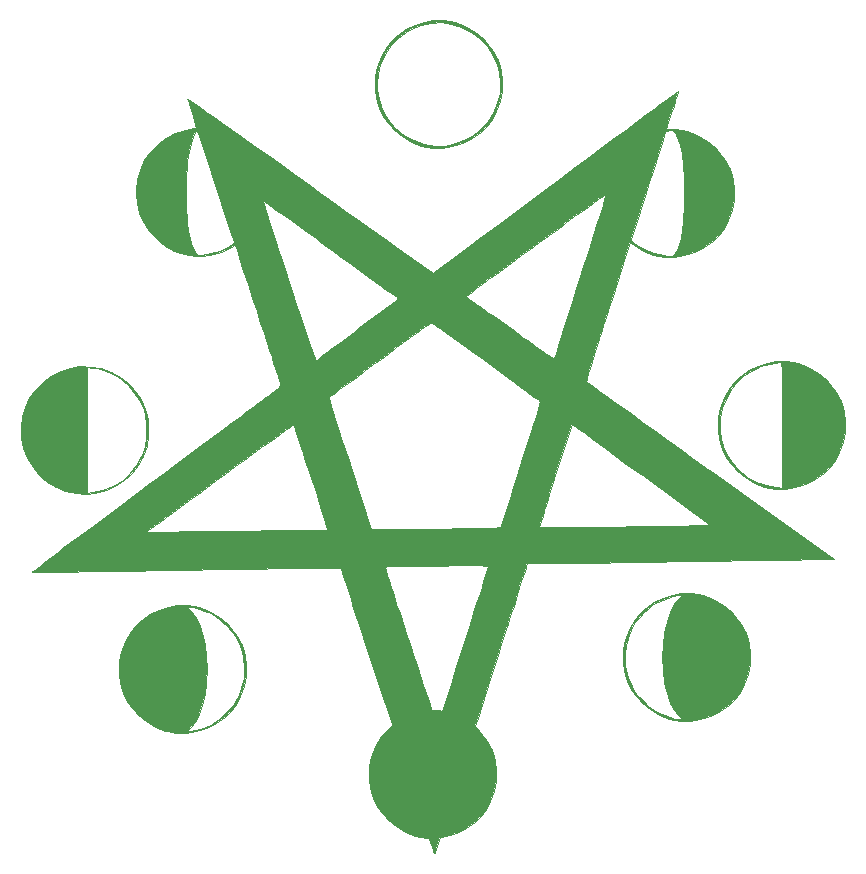
<source format=gbr>
G04 #@! TF.GenerationSoftware,KiCad,Pcbnew,(5.1.4)-1*
G04 #@! TF.CreationDate,2019-09-22T21:20:08-07:00*
G04 #@! TF.ProjectId,macropad,6d616372-6f70-4616-942e-6b696361645f,rev?*
G04 #@! TF.SameCoordinates,Original*
G04 #@! TF.FileFunction,Other,ECO2*
%FSLAX46Y46*%
G04 Gerber Fmt 4.6, Leading zero omitted, Abs format (unit mm)*
G04 Created by KiCad (PCBNEW (5.1.4)-1) date 2019-09-22 21:20:08*
%MOMM*%
%LPD*%
G04 APERTURE LIST*
%ADD10C,0.010000*%
G04 APERTURE END LIST*
D10*
G36*
X151280114Y-78994537D02*
G01*
X152131250Y-78724185D01*
X152940610Y-78306498D01*
X153690301Y-77741477D01*
X153921605Y-77522639D01*
X154535256Y-76796570D01*
X155001574Y-76004927D01*
X155320557Y-75165602D01*
X155492207Y-74296487D01*
X155516522Y-73415473D01*
X155393504Y-72540452D01*
X155123151Y-71689316D01*
X154705464Y-70879957D01*
X154140444Y-70130266D01*
X153921605Y-69898962D01*
X153187507Y-69280196D01*
X152376739Y-68807789D01*
X151505557Y-68486540D01*
X150590220Y-68321252D01*
X149646985Y-68316726D01*
X148924433Y-68423124D01*
X148142722Y-68668334D01*
X147374066Y-69057890D01*
X146658955Y-69569040D01*
X146297928Y-69898962D01*
X145684277Y-70625031D01*
X145217959Y-71416674D01*
X144898976Y-72255998D01*
X144727326Y-73125114D01*
X144711162Y-73710800D01*
X144863373Y-73710800D01*
X144945324Y-72831639D01*
X145181542Y-71976655D01*
X145557578Y-71169155D01*
X146058981Y-70432448D01*
X146671301Y-69789844D01*
X147380088Y-69264650D01*
X147744016Y-69064215D01*
X148619858Y-68707290D01*
X149480910Y-68513361D01*
X150347010Y-68479673D01*
X151168100Y-68588412D01*
X152031784Y-68853129D01*
X152832151Y-69263448D01*
X153551817Y-69801987D01*
X154173402Y-70451365D01*
X154679524Y-71194200D01*
X155052801Y-72013110D01*
X155232155Y-72652467D01*
X155337818Y-73552806D01*
X155285183Y-74443817D01*
X155083765Y-75305812D01*
X154743077Y-76119106D01*
X154272634Y-76864010D01*
X153681947Y-77520838D01*
X152980532Y-78069902D01*
X152475517Y-78356838D01*
X151576139Y-78719542D01*
X150687165Y-78913739D01*
X149802299Y-78939427D01*
X148915244Y-78796607D01*
X148019706Y-78485279D01*
X147744016Y-78356838D01*
X146995379Y-77896092D01*
X146336130Y-77306815D01*
X145780730Y-76612331D01*
X145343640Y-75835962D01*
X145039321Y-75001031D01*
X144882234Y-74130863D01*
X144863373Y-73710800D01*
X144711162Y-73710800D01*
X144703011Y-74006127D01*
X144826029Y-74881148D01*
X145096382Y-75732284D01*
X145514069Y-76541643D01*
X146079089Y-77291335D01*
X146297928Y-77522639D01*
X147023997Y-78136290D01*
X147815640Y-78602608D01*
X148654965Y-78921591D01*
X149524080Y-79093240D01*
X150405094Y-79117556D01*
X151280114Y-78994537D01*
X151280114Y-78994537D01*
G37*
X151280114Y-78994537D02*
X152131250Y-78724185D01*
X152940610Y-78306498D01*
X153690301Y-77741477D01*
X153921605Y-77522639D01*
X154535256Y-76796570D01*
X155001574Y-76004927D01*
X155320557Y-75165602D01*
X155492207Y-74296487D01*
X155516522Y-73415473D01*
X155393504Y-72540452D01*
X155123151Y-71689316D01*
X154705464Y-70879957D01*
X154140444Y-70130266D01*
X153921605Y-69898962D01*
X153187507Y-69280196D01*
X152376739Y-68807789D01*
X151505557Y-68486540D01*
X150590220Y-68321252D01*
X149646985Y-68316726D01*
X148924433Y-68423124D01*
X148142722Y-68668334D01*
X147374066Y-69057890D01*
X146658955Y-69569040D01*
X146297928Y-69898962D01*
X145684277Y-70625031D01*
X145217959Y-71416674D01*
X144898976Y-72255998D01*
X144727326Y-73125114D01*
X144711162Y-73710800D01*
X144863373Y-73710800D01*
X144945324Y-72831639D01*
X145181542Y-71976655D01*
X145557578Y-71169155D01*
X146058981Y-70432448D01*
X146671301Y-69789844D01*
X147380088Y-69264650D01*
X147744016Y-69064215D01*
X148619858Y-68707290D01*
X149480910Y-68513361D01*
X150347010Y-68479673D01*
X151168100Y-68588412D01*
X152031784Y-68853129D01*
X152832151Y-69263448D01*
X153551817Y-69801987D01*
X154173402Y-70451365D01*
X154679524Y-71194200D01*
X155052801Y-72013110D01*
X155232155Y-72652467D01*
X155337818Y-73552806D01*
X155285183Y-74443817D01*
X155083765Y-75305812D01*
X154743077Y-76119106D01*
X154272634Y-76864010D01*
X153681947Y-77520838D01*
X152980532Y-78069902D01*
X152475517Y-78356838D01*
X151576139Y-78719542D01*
X150687165Y-78913739D01*
X149802299Y-78939427D01*
X148915244Y-78796607D01*
X148019706Y-78485279D01*
X147744016Y-78356838D01*
X146995379Y-77896092D01*
X146336130Y-77306815D01*
X145780730Y-76612331D01*
X145343640Y-75835962D01*
X145039321Y-75001031D01*
X144882234Y-74130863D01*
X144863373Y-73710800D01*
X144711162Y-73710800D01*
X144703011Y-74006127D01*
X144826029Y-74881148D01*
X145096382Y-75732284D01*
X145514069Y-76541643D01*
X146079089Y-77291335D01*
X146297928Y-77522639D01*
X147023997Y-78136290D01*
X147815640Y-78602608D01*
X148654965Y-78921591D01*
X149524080Y-79093240D01*
X150405094Y-79117556D01*
X151280114Y-78994537D01*
G36*
X130792369Y-88189766D02*
G01*
X131663971Y-87956956D01*
X132475030Y-87586306D01*
X133211337Y-87092025D01*
X133858682Y-86488322D01*
X134402857Y-85789406D01*
X134829652Y-85009486D01*
X135124859Y-84162771D01*
X135274269Y-83263471D01*
X135290160Y-82854800D01*
X135209507Y-81935411D01*
X134976983Y-81063272D01*
X134606741Y-80252413D01*
X134112934Y-79516864D01*
X133509715Y-78870654D01*
X132811237Y-78327812D01*
X132031652Y-77902369D01*
X131185115Y-77608354D01*
X130285777Y-77459796D01*
X129832100Y-77444335D01*
X129419369Y-77466446D01*
X128972768Y-77518042D01*
X128689100Y-77567793D01*
X127831886Y-77835650D01*
X127040190Y-78247147D01*
X126328192Y-78784563D01*
X125710073Y-79430174D01*
X125200015Y-80166258D01*
X124812197Y-80975091D01*
X124560802Y-81838951D01*
X124460010Y-82740114D01*
X124458707Y-82854800D01*
X124463428Y-82908463D01*
X128724271Y-82908463D01*
X128729118Y-82161649D01*
X128745895Y-81445821D01*
X128774608Y-80794159D01*
X128815266Y-80239841D01*
X128867878Y-79816048D01*
X128877219Y-79763558D01*
X129034195Y-79030210D01*
X129202372Y-78433109D01*
X129378601Y-77979785D01*
X129559733Y-77677763D01*
X129742621Y-77534571D01*
X129814231Y-77523414D01*
X129944414Y-77535066D01*
X130191202Y-77563300D01*
X130503362Y-77602227D01*
X130531946Y-77605928D01*
X131403436Y-77801912D01*
X132223743Y-78147333D01*
X132975141Y-78625631D01*
X133639907Y-79220247D01*
X134200314Y-79914625D01*
X134638640Y-80692203D01*
X134937159Y-81536425D01*
X134991101Y-81771731D01*
X135093467Y-82416138D01*
X135114145Y-82996826D01*
X135053135Y-83598401D01*
X134991101Y-83937870D01*
X134763736Y-84742351D01*
X134417602Y-85463294D01*
X133933419Y-86135743D01*
X133560135Y-86539001D01*
X132916155Y-87114215D01*
X132269653Y-87544231D01*
X131580991Y-87849068D01*
X130810528Y-88048742D01*
X130458439Y-88105319D01*
X130116098Y-88149304D01*
X129896872Y-88163400D01*
X129756408Y-88142796D01*
X129650356Y-88082683D01*
X129566509Y-88008578D01*
X129402479Y-87773764D01*
X129238040Y-87383423D01*
X129077773Y-86851288D01*
X128926257Y-86191090D01*
X128878693Y-85946042D01*
X128824014Y-85541990D01*
X128781224Y-85003026D01*
X128750332Y-84362331D01*
X128731345Y-83653083D01*
X128724271Y-82908463D01*
X124463428Y-82908463D01*
X124539468Y-83772736D01*
X124772278Y-84644338D01*
X125142927Y-85455397D01*
X125637208Y-86191704D01*
X126240911Y-86839049D01*
X126939827Y-87383224D01*
X127719747Y-87810019D01*
X128566462Y-88105226D01*
X129465763Y-88254636D01*
X129874433Y-88270527D01*
X130792369Y-88189766D01*
X130792369Y-88189766D01*
G37*
X130792369Y-88189766D02*
X131663971Y-87956956D01*
X132475030Y-87586306D01*
X133211337Y-87092025D01*
X133858682Y-86488322D01*
X134402857Y-85789406D01*
X134829652Y-85009486D01*
X135124859Y-84162771D01*
X135274269Y-83263471D01*
X135290160Y-82854800D01*
X135209507Y-81935411D01*
X134976983Y-81063272D01*
X134606741Y-80252413D01*
X134112934Y-79516864D01*
X133509715Y-78870654D01*
X132811237Y-78327812D01*
X132031652Y-77902369D01*
X131185115Y-77608354D01*
X130285777Y-77459796D01*
X129832100Y-77444335D01*
X129419369Y-77466446D01*
X128972768Y-77518042D01*
X128689100Y-77567793D01*
X127831886Y-77835650D01*
X127040190Y-78247147D01*
X126328192Y-78784563D01*
X125710073Y-79430174D01*
X125200015Y-80166258D01*
X124812197Y-80975091D01*
X124560802Y-81838951D01*
X124460010Y-82740114D01*
X124458707Y-82854800D01*
X124463428Y-82908463D01*
X128724271Y-82908463D01*
X128729118Y-82161649D01*
X128745895Y-81445821D01*
X128774608Y-80794159D01*
X128815266Y-80239841D01*
X128867878Y-79816048D01*
X128877219Y-79763558D01*
X129034195Y-79030210D01*
X129202372Y-78433109D01*
X129378601Y-77979785D01*
X129559733Y-77677763D01*
X129742621Y-77534571D01*
X129814231Y-77523414D01*
X129944414Y-77535066D01*
X130191202Y-77563300D01*
X130503362Y-77602227D01*
X130531946Y-77605928D01*
X131403436Y-77801912D01*
X132223743Y-78147333D01*
X132975141Y-78625631D01*
X133639907Y-79220247D01*
X134200314Y-79914625D01*
X134638640Y-80692203D01*
X134937159Y-81536425D01*
X134991101Y-81771731D01*
X135093467Y-82416138D01*
X135114145Y-82996826D01*
X135053135Y-83598401D01*
X134991101Y-83937870D01*
X134763736Y-84742351D01*
X134417602Y-85463294D01*
X133933419Y-86135743D01*
X133560135Y-86539001D01*
X132916155Y-87114215D01*
X132269653Y-87544231D01*
X131580991Y-87849068D01*
X130810528Y-88048742D01*
X130458439Y-88105319D01*
X130116098Y-88149304D01*
X129896872Y-88163400D01*
X129756408Y-88142796D01*
X129650356Y-88082683D01*
X129566509Y-88008578D01*
X129402479Y-87773764D01*
X129238040Y-87383423D01*
X129077773Y-86851288D01*
X128926257Y-86191090D01*
X128878693Y-85946042D01*
X128824014Y-85541990D01*
X128781224Y-85003026D01*
X128750332Y-84362331D01*
X128731345Y-83653083D01*
X128724271Y-82908463D01*
X124463428Y-82908463D01*
X124539468Y-83772736D01*
X124772278Y-84644338D01*
X125142927Y-85455397D01*
X125637208Y-86191704D01*
X126240911Y-86839049D01*
X126939827Y-87383224D01*
X127719747Y-87810019D01*
X128566462Y-88105226D01*
X129465763Y-88254636D01*
X129874433Y-88270527D01*
X130792369Y-88189766D01*
G36*
X170922781Y-88223204D02*
G01*
X171773917Y-87952851D01*
X172583276Y-87535165D01*
X173332968Y-86970144D01*
X173564272Y-86751305D01*
X174178621Y-86024643D01*
X174645279Y-85232832D01*
X174964253Y-84393541D01*
X175135549Y-83524443D01*
X175159174Y-82643206D01*
X175035135Y-81767502D01*
X174763437Y-80915002D01*
X174344088Y-80103375D01*
X173777095Y-79350293D01*
X173561406Y-79121470D01*
X172835256Y-78507637D01*
X172029655Y-78037936D01*
X171161725Y-77717405D01*
X170248592Y-77551085D01*
X169307379Y-77544015D01*
X168567100Y-77651791D01*
X167785389Y-77897001D01*
X167016733Y-78286557D01*
X166301622Y-78797707D01*
X165940595Y-79127628D01*
X165326943Y-79853697D01*
X164860626Y-80645340D01*
X164541642Y-81484665D01*
X164369993Y-82353780D01*
X164353829Y-82939467D01*
X164503100Y-82939467D01*
X164551604Y-82335269D01*
X164685158Y-81671190D01*
X164885825Y-81021765D01*
X165067861Y-80592648D01*
X165505970Y-79873813D01*
X166071238Y-79221724D01*
X166735640Y-78656931D01*
X167471145Y-78199986D01*
X168249725Y-77871442D01*
X169019997Y-77694819D01*
X169415403Y-77646286D01*
X169680705Y-77626260D01*
X169853269Y-77638178D01*
X169970459Y-77685475D01*
X170069638Y-77771587D01*
X170090089Y-77793220D01*
X170236129Y-78025050D01*
X170388414Y-78404438D01*
X170540118Y-78910113D01*
X170684413Y-79520805D01*
X170749647Y-79848225D01*
X170804135Y-80248524D01*
X170846668Y-80784554D01*
X170877256Y-81423136D01*
X170895905Y-82131090D01*
X170902623Y-82875236D01*
X170897420Y-83622395D01*
X170880302Y-84339388D01*
X170851277Y-84993036D01*
X170810354Y-85550158D01*
X170757540Y-85977576D01*
X170748173Y-86030709D01*
X170600573Y-86730372D01*
X170442703Y-87306531D01*
X170279141Y-87745453D01*
X170114467Y-88033405D01*
X170060357Y-88093245D01*
X169950972Y-88186225D01*
X169840515Y-88236079D01*
X169684634Y-88247618D01*
X169438977Y-88225652D01*
X169168427Y-88189986D01*
X168352518Y-88027973D01*
X167634813Y-87769082D01*
X166975672Y-87393295D01*
X166335457Y-86880594D01*
X166066732Y-86623668D01*
X165672588Y-86206048D01*
X165379363Y-85831833D01*
X165147990Y-85449149D01*
X165077564Y-85310133D01*
X164831148Y-84701114D01*
X164642331Y-84028909D01*
X164528627Y-83365798D01*
X164503100Y-82939467D01*
X164353829Y-82939467D01*
X164345678Y-83234794D01*
X164468696Y-84109815D01*
X164739049Y-84960951D01*
X165156735Y-85770310D01*
X165721756Y-86520001D01*
X165940595Y-86751305D01*
X166666664Y-87364957D01*
X167458307Y-87831274D01*
X168297631Y-88150258D01*
X169166747Y-88321907D01*
X170047760Y-88346222D01*
X170922781Y-88223204D01*
X170922781Y-88223204D01*
G37*
X170922781Y-88223204D02*
X171773917Y-87952851D01*
X172583276Y-87535165D01*
X173332968Y-86970144D01*
X173564272Y-86751305D01*
X174178621Y-86024643D01*
X174645279Y-85232832D01*
X174964253Y-84393541D01*
X175135549Y-83524443D01*
X175159174Y-82643206D01*
X175035135Y-81767502D01*
X174763437Y-80915002D01*
X174344088Y-80103375D01*
X173777095Y-79350293D01*
X173561406Y-79121470D01*
X172835256Y-78507637D01*
X172029655Y-78037936D01*
X171161725Y-77717405D01*
X170248592Y-77551085D01*
X169307379Y-77544015D01*
X168567100Y-77651791D01*
X167785389Y-77897001D01*
X167016733Y-78286557D01*
X166301622Y-78797707D01*
X165940595Y-79127628D01*
X165326943Y-79853697D01*
X164860626Y-80645340D01*
X164541642Y-81484665D01*
X164369993Y-82353780D01*
X164353829Y-82939467D01*
X164503100Y-82939467D01*
X164551604Y-82335269D01*
X164685158Y-81671190D01*
X164885825Y-81021765D01*
X165067861Y-80592648D01*
X165505970Y-79873813D01*
X166071238Y-79221724D01*
X166735640Y-78656931D01*
X167471145Y-78199986D01*
X168249725Y-77871442D01*
X169019997Y-77694819D01*
X169415403Y-77646286D01*
X169680705Y-77626260D01*
X169853269Y-77638178D01*
X169970459Y-77685475D01*
X170069638Y-77771587D01*
X170090089Y-77793220D01*
X170236129Y-78025050D01*
X170388414Y-78404438D01*
X170540118Y-78910113D01*
X170684413Y-79520805D01*
X170749647Y-79848225D01*
X170804135Y-80248524D01*
X170846668Y-80784554D01*
X170877256Y-81423136D01*
X170895905Y-82131090D01*
X170902623Y-82875236D01*
X170897420Y-83622395D01*
X170880302Y-84339388D01*
X170851277Y-84993036D01*
X170810354Y-85550158D01*
X170757540Y-85977576D01*
X170748173Y-86030709D01*
X170600573Y-86730372D01*
X170442703Y-87306531D01*
X170279141Y-87745453D01*
X170114467Y-88033405D01*
X170060357Y-88093245D01*
X169950972Y-88186225D01*
X169840515Y-88236079D01*
X169684634Y-88247618D01*
X169438977Y-88225652D01*
X169168427Y-88189986D01*
X168352518Y-88027973D01*
X167634813Y-87769082D01*
X166975672Y-87393295D01*
X166335457Y-86880594D01*
X166066732Y-86623668D01*
X165672588Y-86206048D01*
X165379363Y-85831833D01*
X165147990Y-85449149D01*
X165077564Y-85310133D01*
X164831148Y-84701114D01*
X164642331Y-84028909D01*
X164528627Y-83365798D01*
X164503100Y-82939467D01*
X164353829Y-82939467D01*
X164345678Y-83234794D01*
X164468696Y-84109815D01*
X164739049Y-84960951D01*
X165156735Y-85770310D01*
X165721756Y-86520001D01*
X165940595Y-86751305D01*
X166666664Y-87364957D01*
X167458307Y-87831274D01*
X168297631Y-88150258D01*
X169166747Y-88321907D01*
X170047760Y-88346222D01*
X170922781Y-88223204D01*
G36*
X180320781Y-107865871D02*
G01*
X181171917Y-107595518D01*
X181981276Y-107177831D01*
X182730968Y-106612811D01*
X182962272Y-106393972D01*
X183576621Y-105667310D01*
X184043279Y-104875499D01*
X184362253Y-104036208D01*
X184533549Y-103167109D01*
X184557174Y-102285873D01*
X184433135Y-101410169D01*
X184161437Y-100557668D01*
X183742088Y-99746042D01*
X183175095Y-98992960D01*
X182959406Y-98764136D01*
X182233256Y-98150303D01*
X181427655Y-97680602D01*
X180559725Y-97360072D01*
X179646592Y-97193752D01*
X178705379Y-97186681D01*
X177965100Y-97294458D01*
X177183389Y-97539668D01*
X176414733Y-97929223D01*
X175699622Y-98440373D01*
X175338595Y-98770295D01*
X174724943Y-99496364D01*
X174258626Y-100288007D01*
X173939642Y-101127332D01*
X173767993Y-101996447D01*
X173743678Y-102877461D01*
X173746040Y-102894266D01*
X173911478Y-102894266D01*
X173931536Y-102021859D01*
X174099848Y-101161906D01*
X174416453Y-100333061D01*
X174881392Y-99553976D01*
X175297886Y-99045234D01*
X175910451Y-98456517D01*
X176539234Y-98006659D01*
X177225401Y-97667030D01*
X177348721Y-97618947D01*
X177731071Y-97495637D01*
X178157593Y-97390288D01*
X178571713Y-97314055D01*
X178916856Y-97278095D01*
X179065767Y-97280340D01*
X179091891Y-97298679D01*
X179114234Y-97356157D01*
X179133085Y-97464731D01*
X179148727Y-97636356D01*
X179161449Y-97882988D01*
X179171536Y-98216583D01*
X179179275Y-98649098D01*
X179184951Y-99192487D01*
X179188852Y-99858708D01*
X179191263Y-100659717D01*
X179192471Y-101607468D01*
X179192767Y-102583293D01*
X179192767Y-107873800D01*
X178684767Y-107845909D01*
X178171268Y-107771303D01*
X177590972Y-107612745D01*
X177008860Y-107392623D01*
X176489916Y-107133321D01*
X176332319Y-107035520D01*
X176043813Y-106817864D01*
X175707876Y-106525455D01*
X175386347Y-106212901D01*
X175312990Y-106135347D01*
X174740430Y-105399666D01*
X174315965Y-104601823D01*
X174039635Y-103760472D01*
X173911478Y-102894266D01*
X173746040Y-102894266D01*
X173866696Y-103752481D01*
X174137049Y-104603617D01*
X174554735Y-105412977D01*
X175119756Y-106162668D01*
X175338595Y-106393972D01*
X176064664Y-107007623D01*
X176856307Y-107473941D01*
X177695631Y-107792924D01*
X178564747Y-107964574D01*
X179445760Y-107988889D01*
X180320781Y-107865871D01*
X180320781Y-107865871D01*
G37*
X180320781Y-107865871D02*
X181171917Y-107595518D01*
X181981276Y-107177831D01*
X182730968Y-106612811D01*
X182962272Y-106393972D01*
X183576621Y-105667310D01*
X184043279Y-104875499D01*
X184362253Y-104036208D01*
X184533549Y-103167109D01*
X184557174Y-102285873D01*
X184433135Y-101410169D01*
X184161437Y-100557668D01*
X183742088Y-99746042D01*
X183175095Y-98992960D01*
X182959406Y-98764136D01*
X182233256Y-98150303D01*
X181427655Y-97680602D01*
X180559725Y-97360072D01*
X179646592Y-97193752D01*
X178705379Y-97186681D01*
X177965100Y-97294458D01*
X177183389Y-97539668D01*
X176414733Y-97929223D01*
X175699622Y-98440373D01*
X175338595Y-98770295D01*
X174724943Y-99496364D01*
X174258626Y-100288007D01*
X173939642Y-101127332D01*
X173767993Y-101996447D01*
X173743678Y-102877461D01*
X173746040Y-102894266D01*
X173911478Y-102894266D01*
X173931536Y-102021859D01*
X174099848Y-101161906D01*
X174416453Y-100333061D01*
X174881392Y-99553976D01*
X175297886Y-99045234D01*
X175910451Y-98456517D01*
X176539234Y-98006659D01*
X177225401Y-97667030D01*
X177348721Y-97618947D01*
X177731071Y-97495637D01*
X178157593Y-97390288D01*
X178571713Y-97314055D01*
X178916856Y-97278095D01*
X179065767Y-97280340D01*
X179091891Y-97298679D01*
X179114234Y-97356157D01*
X179133085Y-97464731D01*
X179148727Y-97636356D01*
X179161449Y-97882988D01*
X179171536Y-98216583D01*
X179179275Y-98649098D01*
X179184951Y-99192487D01*
X179188852Y-99858708D01*
X179191263Y-100659717D01*
X179192471Y-101607468D01*
X179192767Y-102583293D01*
X179192767Y-107873800D01*
X178684767Y-107845909D01*
X178171268Y-107771303D01*
X177590972Y-107612745D01*
X177008860Y-107392623D01*
X176489916Y-107133321D01*
X176332319Y-107035520D01*
X176043813Y-106817864D01*
X175707876Y-106525455D01*
X175386347Y-106212901D01*
X175312990Y-106135347D01*
X174740430Y-105399666D01*
X174315965Y-104601823D01*
X174039635Y-103760472D01*
X173911478Y-102894266D01*
X173746040Y-102894266D01*
X173866696Y-103752481D01*
X174137049Y-104603617D01*
X174554735Y-105412977D01*
X175119756Y-106162668D01*
X175338595Y-106393972D01*
X176064664Y-107007623D01*
X176856307Y-107473941D01*
X177695631Y-107792924D01*
X178564747Y-107964574D01*
X179445760Y-107988889D01*
X180320781Y-107865871D01*
G36*
X121055703Y-108340432D02*
G01*
X121927305Y-108107622D01*
X122738363Y-107736973D01*
X123474670Y-107242692D01*
X124122015Y-106638989D01*
X124666190Y-105940073D01*
X125092985Y-105160153D01*
X125388193Y-104313438D01*
X125537602Y-103414137D01*
X125553493Y-103005467D01*
X125474051Y-102080932D01*
X125245252Y-101211357D01*
X124881385Y-100408190D01*
X124396741Y-99682876D01*
X123805607Y-99046863D01*
X123122275Y-98511596D01*
X122361034Y-98088522D01*
X121536173Y-97789087D01*
X120661982Y-97624738D01*
X119752751Y-97606922D01*
X119229238Y-97679445D01*
X120307100Y-97679445D01*
X120751600Y-97725250D01*
X121107328Y-97777473D01*
X121498761Y-97857230D01*
X121661767Y-97898104D01*
X122414661Y-98186974D01*
X123130340Y-98621411D01*
X123785219Y-99178198D01*
X124355718Y-99834117D01*
X124818254Y-100565952D01*
X125140227Y-101322657D01*
X125232099Y-101631287D01*
X125292270Y-101920731D01*
X125326923Y-102241852D01*
X125342239Y-102645516D01*
X125344767Y-103005467D01*
X125316155Y-103755184D01*
X125221366Y-104392690D01*
X125046965Y-104966679D01*
X124779521Y-105525848D01*
X124541902Y-105915972D01*
X123958165Y-106666359D01*
X123276914Y-107286420D01*
X122511241Y-107767968D01*
X121674238Y-108102818D01*
X120778998Y-108282786D01*
X120751600Y-108285684D01*
X120307100Y-108331489D01*
X120307100Y-97679445D01*
X119229238Y-97679445D01*
X118952433Y-97717791D01*
X118122441Y-97978848D01*
X117339516Y-98386812D01*
X116623734Y-98921424D01*
X115995172Y-99562421D01*
X115473907Y-100289543D01*
X115080017Y-101082530D01*
X114845378Y-101862467D01*
X114733181Y-102789309D01*
X114777498Y-103692935D01*
X114966775Y-104559026D01*
X115289459Y-105373264D01*
X115733997Y-106121333D01*
X116288836Y-106788914D01*
X116942423Y-107361690D01*
X117683204Y-107825344D01*
X118499626Y-108165558D01*
X119380137Y-108368015D01*
X120137767Y-108421193D01*
X121055703Y-108340432D01*
X121055703Y-108340432D01*
G37*
X121055703Y-108340432D02*
X121927305Y-108107622D01*
X122738363Y-107736973D01*
X123474670Y-107242692D01*
X124122015Y-106638989D01*
X124666190Y-105940073D01*
X125092985Y-105160153D01*
X125388193Y-104313438D01*
X125537602Y-103414137D01*
X125553493Y-103005467D01*
X125474051Y-102080932D01*
X125245252Y-101211357D01*
X124881385Y-100408190D01*
X124396741Y-99682876D01*
X123805607Y-99046863D01*
X123122275Y-98511596D01*
X122361034Y-98088522D01*
X121536173Y-97789087D01*
X120661982Y-97624738D01*
X119752751Y-97606922D01*
X119229238Y-97679445D01*
X120307100Y-97679445D01*
X120751600Y-97725250D01*
X121107328Y-97777473D01*
X121498761Y-97857230D01*
X121661767Y-97898104D01*
X122414661Y-98186974D01*
X123130340Y-98621411D01*
X123785219Y-99178198D01*
X124355718Y-99834117D01*
X124818254Y-100565952D01*
X125140227Y-101322657D01*
X125232099Y-101631287D01*
X125292270Y-101920731D01*
X125326923Y-102241852D01*
X125342239Y-102645516D01*
X125344767Y-103005467D01*
X125316155Y-103755184D01*
X125221366Y-104392690D01*
X125046965Y-104966679D01*
X124779521Y-105525848D01*
X124541902Y-105915972D01*
X123958165Y-106666359D01*
X123276914Y-107286420D01*
X122511241Y-107767968D01*
X121674238Y-108102818D01*
X120778998Y-108282786D01*
X120751600Y-108285684D01*
X120307100Y-108331489D01*
X120307100Y-97679445D01*
X119229238Y-97679445D01*
X118952433Y-97717791D01*
X118122441Y-97978848D01*
X117339516Y-98386812D01*
X116623734Y-98921424D01*
X115995172Y-99562421D01*
X115473907Y-100289543D01*
X115080017Y-101082530D01*
X114845378Y-101862467D01*
X114733181Y-102789309D01*
X114777498Y-103692935D01*
X114966775Y-104559026D01*
X115289459Y-105373264D01*
X115733997Y-106121333D01*
X116288836Y-106788914D01*
X116942423Y-107361690D01*
X117683204Y-107825344D01*
X118499626Y-108165558D01*
X119380137Y-108368015D01*
X120137767Y-108421193D01*
X121055703Y-108340432D01*
G36*
X172277448Y-127508537D02*
G01*
X173128584Y-127238185D01*
X173937943Y-126820498D01*
X174687634Y-126255477D01*
X174918938Y-126036639D01*
X175532590Y-125310570D01*
X175998907Y-124518927D01*
X176317891Y-123679602D01*
X176489540Y-122810487D01*
X176513855Y-121929473D01*
X176390837Y-121054452D01*
X176120484Y-120203316D01*
X175702798Y-119393957D01*
X175137777Y-118644266D01*
X174918938Y-118412962D01*
X174184840Y-117794196D01*
X173374072Y-117321789D01*
X172502891Y-117000540D01*
X171587554Y-116835252D01*
X170644319Y-116830726D01*
X169921767Y-116937124D01*
X169140055Y-117182334D01*
X168371400Y-117571890D01*
X167656289Y-118083040D01*
X167295261Y-118412962D01*
X166681610Y-119139031D01*
X166215292Y-119930674D01*
X165896309Y-120769998D01*
X165724660Y-121639114D01*
X165712206Y-122090347D01*
X165864346Y-122090347D01*
X165959475Y-121196627D01*
X166200935Y-120334208D01*
X166587467Y-119528487D01*
X166737623Y-119292619D01*
X167062292Y-118879766D01*
X167479733Y-118442787D01*
X167933265Y-118037158D01*
X168305736Y-117757839D01*
X168651920Y-117558732D01*
X169074638Y-117363370D01*
X169523672Y-117190336D01*
X169948809Y-117058212D01*
X170299830Y-116985581D01*
X170415113Y-116977270D01*
X170696792Y-116975467D01*
X170435681Y-117236578D01*
X170024368Y-117757655D01*
X169682401Y-118423670D01*
X169412755Y-119223772D01*
X169218407Y-120147116D01*
X169102331Y-121182852D01*
X169067231Y-122224800D01*
X169108383Y-123353775D01*
X169229925Y-124378478D01*
X169428981Y-125288486D01*
X169702678Y-126073375D01*
X170048142Y-126722722D01*
X170440410Y-127204779D01*
X170715912Y-127474133D01*
X170450210Y-127474134D01*
X170130013Y-127433409D01*
X169716062Y-127323544D01*
X169259518Y-127163004D01*
X168811538Y-126970253D01*
X168423282Y-126763753D01*
X168344698Y-126714217D01*
X167870290Y-126353058D01*
X167390197Y-125900938D01*
X166949605Y-125406263D01*
X166593698Y-124917439D01*
X166469521Y-124705354D01*
X166118111Y-123870107D01*
X165916805Y-122989973D01*
X165864346Y-122090347D01*
X165712206Y-122090347D01*
X165700344Y-122520127D01*
X165823363Y-123395148D01*
X166093715Y-124246284D01*
X166511402Y-125055643D01*
X167076423Y-125805335D01*
X167295261Y-126036639D01*
X168021330Y-126650290D01*
X168812973Y-127116608D01*
X169652298Y-127435591D01*
X170521413Y-127607240D01*
X171402427Y-127631556D01*
X172277448Y-127508537D01*
X172277448Y-127508537D01*
G37*
X172277448Y-127508537D02*
X173128584Y-127238185D01*
X173937943Y-126820498D01*
X174687634Y-126255477D01*
X174918938Y-126036639D01*
X175532590Y-125310570D01*
X175998907Y-124518927D01*
X176317891Y-123679602D01*
X176489540Y-122810487D01*
X176513855Y-121929473D01*
X176390837Y-121054452D01*
X176120484Y-120203316D01*
X175702798Y-119393957D01*
X175137777Y-118644266D01*
X174918938Y-118412962D01*
X174184840Y-117794196D01*
X173374072Y-117321789D01*
X172502891Y-117000540D01*
X171587554Y-116835252D01*
X170644319Y-116830726D01*
X169921767Y-116937124D01*
X169140055Y-117182334D01*
X168371400Y-117571890D01*
X167656289Y-118083040D01*
X167295261Y-118412962D01*
X166681610Y-119139031D01*
X166215292Y-119930674D01*
X165896309Y-120769998D01*
X165724660Y-121639114D01*
X165712206Y-122090347D01*
X165864346Y-122090347D01*
X165959475Y-121196627D01*
X166200935Y-120334208D01*
X166587467Y-119528487D01*
X166737623Y-119292619D01*
X167062292Y-118879766D01*
X167479733Y-118442787D01*
X167933265Y-118037158D01*
X168305736Y-117757839D01*
X168651920Y-117558732D01*
X169074638Y-117363370D01*
X169523672Y-117190336D01*
X169948809Y-117058212D01*
X170299830Y-116985581D01*
X170415113Y-116977270D01*
X170696792Y-116975467D01*
X170435681Y-117236578D01*
X170024368Y-117757655D01*
X169682401Y-118423670D01*
X169412755Y-119223772D01*
X169218407Y-120147116D01*
X169102331Y-121182852D01*
X169067231Y-122224800D01*
X169108383Y-123353775D01*
X169229925Y-124378478D01*
X169428981Y-125288486D01*
X169702678Y-126073375D01*
X170048142Y-126722722D01*
X170440410Y-127204779D01*
X170715912Y-127474133D01*
X170450210Y-127474134D01*
X170130013Y-127433409D01*
X169716062Y-127323544D01*
X169259518Y-127163004D01*
X168811538Y-126970253D01*
X168423282Y-126763753D01*
X168344698Y-126714217D01*
X167870290Y-126353058D01*
X167390197Y-125900938D01*
X166949605Y-125406263D01*
X166593698Y-124917439D01*
X166469521Y-124705354D01*
X166118111Y-123870107D01*
X165916805Y-122989973D01*
X165864346Y-122090347D01*
X165712206Y-122090347D01*
X165700344Y-122520127D01*
X165823363Y-123395148D01*
X166093715Y-124246284D01*
X166511402Y-125055643D01*
X167076423Y-125805335D01*
X167295261Y-126036639D01*
X168021330Y-126650290D01*
X168812973Y-127116608D01*
X169652298Y-127435591D01*
X170521413Y-127607240D01*
X171402427Y-127631556D01*
X172277448Y-127508537D01*
G36*
X129605448Y-128524537D02*
G01*
X130456584Y-128254185D01*
X131265943Y-127836498D01*
X132015634Y-127271477D01*
X132246938Y-127052639D01*
X132860590Y-126326570D01*
X133326907Y-125534927D01*
X133645891Y-124695602D01*
X133817540Y-123826487D01*
X133841855Y-122945473D01*
X133718837Y-122070452D01*
X133448484Y-121219316D01*
X133030798Y-120409957D01*
X132465777Y-119660266D01*
X132246938Y-119428962D01*
X131512840Y-118810196D01*
X130702072Y-118337789D01*
X129830891Y-118016540D01*
X128915554Y-117851252D01*
X127972319Y-117846726D01*
X127249767Y-117953124D01*
X126468055Y-118198334D01*
X125699400Y-118587890D01*
X124984289Y-119099040D01*
X124623261Y-119428962D01*
X124009610Y-120155031D01*
X123543292Y-120946674D01*
X123224309Y-121785998D01*
X123052660Y-122655114D01*
X123028344Y-123536127D01*
X123151363Y-124411148D01*
X123421715Y-125262284D01*
X123839402Y-126071643D01*
X124404423Y-126821335D01*
X124623261Y-127052639D01*
X125349330Y-127666290D01*
X126140973Y-128132608D01*
X126980298Y-128451591D01*
X127175448Y-128490133D01*
X128826287Y-128490133D01*
X129101790Y-128220779D01*
X129512803Y-127709928D01*
X129854781Y-127053627D01*
X130124851Y-126262299D01*
X130320138Y-125346368D01*
X130437768Y-124316259D01*
X130474969Y-123240800D01*
X130433472Y-122111316D01*
X130310967Y-121084252D01*
X130110428Y-120170456D01*
X129834833Y-119380776D01*
X129487157Y-118726062D01*
X129106519Y-118252578D01*
X128845408Y-117991467D01*
X129101550Y-117991467D01*
X129304084Y-118016967D01*
X129607393Y-118084451D01*
X129952275Y-118180392D01*
X130018229Y-118200916D01*
X130810076Y-118535069D01*
X131545025Y-119006431D01*
X132202562Y-119592164D01*
X132762171Y-120269434D01*
X133203339Y-121015404D01*
X133505549Y-121807240D01*
X133591942Y-122178900D01*
X133679129Y-123071404D01*
X133622457Y-123977705D01*
X133428027Y-124856195D01*
X133101936Y-125665267D01*
X133072679Y-125721354D01*
X132771635Y-126190930D01*
X132364863Y-126688902D01*
X131897545Y-127166864D01*
X131414868Y-127576409D01*
X131197502Y-127730217D01*
X130831183Y-127937268D01*
X130392868Y-128135001D01*
X129933714Y-128304953D01*
X129504880Y-128428659D01*
X129157525Y-128487655D01*
X129091990Y-128490133D01*
X128826287Y-128490133D01*
X127175448Y-128490133D01*
X127849413Y-128623240D01*
X128730427Y-128647556D01*
X129605448Y-128524537D01*
X129605448Y-128524537D01*
G37*
X129605448Y-128524537D02*
X130456584Y-128254185D01*
X131265943Y-127836498D01*
X132015634Y-127271477D01*
X132246938Y-127052639D01*
X132860590Y-126326570D01*
X133326907Y-125534927D01*
X133645891Y-124695602D01*
X133817540Y-123826487D01*
X133841855Y-122945473D01*
X133718837Y-122070452D01*
X133448484Y-121219316D01*
X133030798Y-120409957D01*
X132465777Y-119660266D01*
X132246938Y-119428962D01*
X131512840Y-118810196D01*
X130702072Y-118337789D01*
X129830891Y-118016540D01*
X128915554Y-117851252D01*
X127972319Y-117846726D01*
X127249767Y-117953124D01*
X126468055Y-118198334D01*
X125699400Y-118587890D01*
X124984289Y-119099040D01*
X124623261Y-119428962D01*
X124009610Y-120155031D01*
X123543292Y-120946674D01*
X123224309Y-121785998D01*
X123052660Y-122655114D01*
X123028344Y-123536127D01*
X123151363Y-124411148D01*
X123421715Y-125262284D01*
X123839402Y-126071643D01*
X124404423Y-126821335D01*
X124623261Y-127052639D01*
X125349330Y-127666290D01*
X126140973Y-128132608D01*
X126980298Y-128451591D01*
X127175448Y-128490133D01*
X128826287Y-128490133D01*
X129101790Y-128220779D01*
X129512803Y-127709928D01*
X129854781Y-127053627D01*
X130124851Y-126262299D01*
X130320138Y-125346368D01*
X130437768Y-124316259D01*
X130474969Y-123240800D01*
X130433472Y-122111316D01*
X130310967Y-121084252D01*
X130110428Y-120170456D01*
X129834833Y-119380776D01*
X129487157Y-118726062D01*
X129106519Y-118252578D01*
X128845408Y-117991467D01*
X129101550Y-117991467D01*
X129304084Y-118016967D01*
X129607393Y-118084451D01*
X129952275Y-118180392D01*
X130018229Y-118200916D01*
X130810076Y-118535069D01*
X131545025Y-119006431D01*
X132202562Y-119592164D01*
X132762171Y-120269434D01*
X133203339Y-121015404D01*
X133505549Y-121807240D01*
X133591942Y-122178900D01*
X133679129Y-123071404D01*
X133622457Y-123977705D01*
X133428027Y-124856195D01*
X133101936Y-125665267D01*
X133072679Y-125721354D01*
X132771635Y-126190930D01*
X132364863Y-126688902D01*
X131897545Y-127166864D01*
X131414868Y-127576409D01*
X131197502Y-127730217D01*
X130831183Y-127937268D01*
X130392868Y-128135001D01*
X129933714Y-128304953D01*
X129504880Y-128428659D01*
X129157525Y-128487655D01*
X129091990Y-128490133D01*
X128826287Y-128490133D01*
X127175448Y-128490133D01*
X127849413Y-128623240D01*
X128730427Y-128647556D01*
X129605448Y-128524537D01*
G36*
X150772114Y-137414537D02*
G01*
X151623250Y-137144185D01*
X152432610Y-136726498D01*
X153182301Y-136161477D01*
X153413605Y-135942639D01*
X154027954Y-135215977D01*
X154494613Y-134424165D01*
X154813586Y-133584875D01*
X154984882Y-132715776D01*
X155008507Y-131834539D01*
X154884468Y-130958835D01*
X154612770Y-130106335D01*
X154193422Y-129294709D01*
X153626429Y-128541627D01*
X153410739Y-128312803D01*
X152684738Y-127699142D01*
X151879191Y-127229453D01*
X151011449Y-126908840D01*
X150098864Y-126742407D01*
X149158789Y-126735258D01*
X148416433Y-126843793D01*
X147595592Y-127102043D01*
X146803768Y-127509910D01*
X146075983Y-128047785D01*
X145792794Y-128312803D01*
X145177897Y-129043093D01*
X144710643Y-129837660D01*
X144391038Y-130678835D01*
X144219089Y-131548947D01*
X144194802Y-132430325D01*
X144318184Y-133305299D01*
X144589241Y-134156198D01*
X145007981Y-134965351D01*
X145574410Y-135715088D01*
X145789928Y-135942639D01*
X146515997Y-136556290D01*
X147307640Y-137022608D01*
X148146965Y-137341591D01*
X149016080Y-137513240D01*
X149897094Y-137537556D01*
X150772114Y-137414537D01*
X150772114Y-137414537D01*
G37*
X150772114Y-137414537D02*
X151623250Y-137144185D01*
X152432610Y-136726498D01*
X153182301Y-136161477D01*
X153413605Y-135942639D01*
X154027954Y-135215977D01*
X154494613Y-134424165D01*
X154813586Y-133584875D01*
X154984882Y-132715776D01*
X155008507Y-131834539D01*
X154884468Y-130958835D01*
X154612770Y-130106335D01*
X154193422Y-129294709D01*
X153626429Y-128541627D01*
X153410739Y-128312803D01*
X152684738Y-127699142D01*
X151879191Y-127229453D01*
X151011449Y-126908840D01*
X150098864Y-126742407D01*
X149158789Y-126735258D01*
X148416433Y-126843793D01*
X147595592Y-127102043D01*
X146803768Y-127509910D01*
X146075983Y-128047785D01*
X145792794Y-128312803D01*
X145177897Y-129043093D01*
X144710643Y-129837660D01*
X144391038Y-130678835D01*
X144219089Y-131548947D01*
X144194802Y-132430325D01*
X144318184Y-133305299D01*
X144589241Y-134156198D01*
X145007981Y-134965351D01*
X145574410Y-135715088D01*
X145789928Y-135942639D01*
X146515997Y-136556290D01*
X147307640Y-137022608D01*
X148146965Y-137341591D01*
X149016080Y-137513240D01*
X149897094Y-137537556D01*
X150772114Y-137414537D01*
G36*
X170372562Y-74336572D02*
G01*
X170351162Y-74419566D01*
X170281013Y-74654141D01*
X170165163Y-75030661D01*
X170006658Y-75539491D01*
X169808547Y-76170996D01*
X169573878Y-76915539D01*
X169305697Y-77763485D01*
X169007054Y-78705198D01*
X168680995Y-79731043D01*
X168330569Y-80831384D01*
X167958823Y-81996585D01*
X167568805Y-83217012D01*
X167163562Y-84483027D01*
X167137765Y-84563552D01*
X166724441Y-85853677D01*
X166321103Y-87112672D01*
X165931246Y-88329620D01*
X165558369Y-89493605D01*
X165205967Y-90593709D01*
X164877537Y-91619015D01*
X164576577Y-92558607D01*
X164306583Y-93401567D01*
X164071051Y-94136979D01*
X163873480Y-94753926D01*
X163717365Y-95241491D01*
X163606203Y-95588757D01*
X163546647Y-95774933D01*
X163379869Y-96296416D01*
X163191338Y-96885393D01*
X163008675Y-97455602D01*
X162905824Y-97776396D01*
X162787221Y-98166230D01*
X162696692Y-98503162D01*
X162642982Y-98751627D01*
X162634835Y-98876059D01*
X162635207Y-98877063D01*
X162708245Y-98938443D01*
X162911834Y-99092384D01*
X163238424Y-99333457D01*
X163680466Y-99656232D01*
X164230411Y-100055279D01*
X164880709Y-100525170D01*
X165623811Y-101060474D01*
X166452167Y-101655763D01*
X167358228Y-102305606D01*
X168334445Y-103004575D01*
X169373269Y-103747240D01*
X170467149Y-104528170D01*
X171608537Y-105341938D01*
X172789883Y-106183112D01*
X173155077Y-106442933D01*
X183629466Y-113893600D01*
X178011750Y-113991607D01*
X176841842Y-114012059D01*
X175557911Y-114034579D01*
X174198114Y-114058493D01*
X172800609Y-114083128D01*
X171403553Y-114107809D01*
X170045106Y-114131863D01*
X168763424Y-114154617D01*
X167596667Y-114175396D01*
X167144700Y-114183468D01*
X166139171Y-114200769D01*
X165122878Y-114216989D01*
X164119124Y-114231839D01*
X163151207Y-114245024D01*
X162242428Y-114256253D01*
X161416089Y-114265234D01*
X160695488Y-114271674D01*
X160103928Y-114275283D01*
X159767805Y-114275961D01*
X157640243Y-114274600D01*
X157550147Y-114507433D01*
X157499358Y-114652845D01*
X157406044Y-114933706D01*
X157278670Y-115323990D01*
X157125700Y-115797672D01*
X156955600Y-116328726D01*
X156854812Y-116645266D01*
X156659260Y-117259972D01*
X156458244Y-117890442D01*
X156264934Y-118495469D01*
X156092501Y-119033846D01*
X155954115Y-119464365D01*
X155921227Y-119566266D01*
X155680189Y-120313373D01*
X155411220Y-121149311D01*
X155118004Y-122062497D01*
X154804223Y-123041348D01*
X154473563Y-124074279D01*
X154129707Y-125149709D01*
X153776339Y-126256053D01*
X153417142Y-127381728D01*
X153055800Y-128515150D01*
X152695996Y-129644736D01*
X152341416Y-130758903D01*
X151995742Y-131846067D01*
X151662658Y-132894644D01*
X151345848Y-133893052D01*
X151048996Y-134829706D01*
X150775785Y-135693024D01*
X150529899Y-136471422D01*
X150315023Y-137153317D01*
X150134839Y-137727125D01*
X149993031Y-138181262D01*
X149893284Y-138504145D01*
X149839281Y-138684192D01*
X149830367Y-138718753D01*
X149794778Y-138822302D01*
X149718928Y-138800211D01*
X149649192Y-138672333D01*
X149640401Y-138637433D01*
X149608799Y-138532126D01*
X149526218Y-138271787D01*
X149394565Y-137862250D01*
X149215743Y-137309345D01*
X148991660Y-136618905D01*
X148724220Y-135796763D01*
X148415329Y-134848750D01*
X148066891Y-133780699D01*
X147680813Y-132598442D01*
X147259000Y-131307811D01*
X146803358Y-129914638D01*
X146315791Y-128424756D01*
X145798205Y-126843996D01*
X145252506Y-125178191D01*
X144680598Y-123433173D01*
X144084389Y-121614774D01*
X143465781Y-119728826D01*
X142826683Y-117781162D01*
X142787333Y-117661266D01*
X142593899Y-117070708D01*
X142410245Y-116507794D01*
X142245461Y-116000553D01*
X142108634Y-115577014D01*
X142008853Y-115265205D01*
X141963715Y-115121266D01*
X141820905Y-114655600D01*
X139454469Y-114673285D01*
X139028741Y-114676832D01*
X138553343Y-114681519D01*
X138020648Y-114687463D01*
X137423026Y-114694782D01*
X136752849Y-114703592D01*
X136002489Y-114714009D01*
X135164316Y-114726152D01*
X134230702Y-114740137D01*
X133194019Y-114756080D01*
X132046637Y-114774099D01*
X130780929Y-114794310D01*
X129389265Y-114816830D01*
X127864018Y-114841777D01*
X126197558Y-114869266D01*
X124382257Y-114899416D01*
X122410486Y-114932342D01*
X120970338Y-114956480D01*
X120041147Y-114971640D01*
X119163195Y-114985123D01*
X118350929Y-114996762D01*
X117618800Y-115006390D01*
X116981257Y-115013840D01*
X116452748Y-115018947D01*
X116047724Y-115021542D01*
X115780633Y-115021459D01*
X115665925Y-115018532D01*
X115662612Y-115017734D01*
X115725895Y-114964874D01*
X115917248Y-114817017D01*
X116228765Y-114580082D01*
X116247400Y-114566006D01*
X145531405Y-114566006D01*
X145553968Y-114647420D01*
X145625550Y-114874922D01*
X145741341Y-115234053D01*
X145896533Y-115710351D01*
X146086315Y-116289354D01*
X146305879Y-116956601D01*
X146550414Y-117697632D01*
X146815113Y-118497985D01*
X147095166Y-119343200D01*
X147385763Y-120218814D01*
X147682095Y-121110367D01*
X147979353Y-122003398D01*
X148272727Y-122883446D01*
X148557409Y-123736049D01*
X148828589Y-124546746D01*
X149081458Y-125301077D01*
X149311207Y-125984580D01*
X149513025Y-126582794D01*
X149682105Y-127081258D01*
X149813636Y-127465510D01*
X149902810Y-127721090D01*
X149939647Y-127821266D01*
X149959690Y-127861494D01*
X149983126Y-127876659D01*
X150013726Y-127856003D01*
X150055257Y-127788766D01*
X150111490Y-127664191D01*
X150186194Y-127471518D01*
X150283138Y-127199988D01*
X150406091Y-126838843D01*
X150558823Y-126377324D01*
X150745103Y-125804673D01*
X150968700Y-125110129D01*
X151233384Y-124282936D01*
X151542923Y-123312333D01*
X151778721Y-122571933D01*
X152256162Y-121071282D01*
X152684881Y-119721552D01*
X153064519Y-118523882D01*
X153394721Y-117479409D01*
X153675126Y-116589273D01*
X153905378Y-115854611D01*
X154085120Y-115276562D01*
X154213992Y-114856265D01*
X154291638Y-114594857D01*
X154317700Y-114493478D01*
X154317700Y-114493418D01*
X154236243Y-114482860D01*
X154004664Y-114474897D01*
X153642154Y-114469371D01*
X153167903Y-114466124D01*
X152601099Y-114464996D01*
X151960933Y-114465830D01*
X151266594Y-114468467D01*
X150537272Y-114472747D01*
X149792157Y-114478514D01*
X149050438Y-114485607D01*
X148331306Y-114493869D01*
X147653949Y-114503141D01*
X147037558Y-114513265D01*
X146501322Y-114524081D01*
X146064431Y-114535432D01*
X145746075Y-114547159D01*
X145565444Y-114559103D01*
X145531405Y-114566006D01*
X116247400Y-114566006D01*
X116652541Y-114259989D01*
X117180668Y-113862655D01*
X117805241Y-113394002D01*
X118518354Y-112859948D01*
X119312101Y-112266413D01*
X120178575Y-111619316D01*
X120211271Y-111594925D01*
X125450548Y-111594925D01*
X125529264Y-111615400D01*
X125750384Y-111628066D01*
X126087142Y-111632530D01*
X126512771Y-111628397D01*
X126949200Y-111617016D01*
X127289541Y-111607867D01*
X127781091Y-111597759D01*
X128405731Y-111586936D01*
X129145341Y-111575641D01*
X129981800Y-111564117D01*
X130896989Y-111552606D01*
X131872788Y-111541352D01*
X132891078Y-111530597D01*
X133933739Y-111520584D01*
X134548033Y-111515165D01*
X135548867Y-111506206D01*
X136499963Y-111496857D01*
X137387806Y-111487304D01*
X138198884Y-111477731D01*
X138919682Y-111468323D01*
X139536687Y-111459266D01*
X140036386Y-111450743D01*
X140405264Y-111442940D01*
X140629808Y-111436042D01*
X140697091Y-111431031D01*
X140680929Y-111347808D01*
X140616950Y-111121716D01*
X140510935Y-110770508D01*
X140368668Y-110311942D01*
X140195932Y-109763774D01*
X139998509Y-109143758D01*
X139782183Y-108469651D01*
X139552736Y-107759208D01*
X139315952Y-107030186D01*
X139077612Y-106300339D01*
X138843500Y-105587425D01*
X138619399Y-104909198D01*
X138411091Y-104283414D01*
X138224360Y-103727830D01*
X138064988Y-103260201D01*
X137938759Y-102898282D01*
X137851454Y-102659830D01*
X137808858Y-102562601D01*
X137808672Y-102562396D01*
X137733805Y-102601944D01*
X137534636Y-102733712D01*
X137222918Y-102949107D01*
X136810404Y-103239540D01*
X136308848Y-103596419D01*
X135730004Y-104011155D01*
X135085625Y-104475156D01*
X134387465Y-104979832D01*
X133647277Y-105516592D01*
X132876815Y-106076846D01*
X132087833Y-106652003D01*
X131292083Y-107233473D01*
X130501319Y-107812664D01*
X129727296Y-108380986D01*
X128981766Y-108929848D01*
X128276483Y-109450660D01*
X127623200Y-109934832D01*
X127033672Y-110373772D01*
X126519651Y-110758889D01*
X126092892Y-111081594D01*
X125765147Y-111333296D01*
X125548170Y-111505404D01*
X125453716Y-111589326D01*
X125450548Y-111594925D01*
X120211271Y-111594925D01*
X121109871Y-110924576D01*
X122098082Y-110188112D01*
X123135302Y-109415844D01*
X124213625Y-108613692D01*
X124573710Y-108345985D01*
X125698836Y-107509619D01*
X126808173Y-106684980D01*
X127891758Y-105879473D01*
X128939628Y-105100505D01*
X129941818Y-104355485D01*
X130888365Y-103651819D01*
X131769306Y-102996913D01*
X132574678Y-102398176D01*
X133294516Y-101863013D01*
X133918857Y-101398832D01*
X134437739Y-101013040D01*
X134841197Y-100713044D01*
X135119268Y-100506251D01*
X135130769Y-100497697D01*
X135492790Y-100225581D01*
X140821435Y-100225581D01*
X140833597Y-100317499D01*
X140896833Y-100559312D01*
X141007856Y-100940545D01*
X141163377Y-101450722D01*
X141360111Y-102079368D01*
X141594768Y-102816007D01*
X141864062Y-103650164D01*
X142164705Y-104571364D01*
X142493410Y-105569131D01*
X142588758Y-105856969D01*
X144432678Y-111417010D01*
X149862022Y-111355895D01*
X150805477Y-111344445D01*
X151698556Y-111331997D01*
X152526916Y-111318854D01*
X153276219Y-111305323D01*
X153932121Y-111291706D01*
X154480282Y-111278308D01*
X154906361Y-111265434D01*
X155196016Y-111253389D01*
X155334906Y-111242475D01*
X155344978Y-111239523D01*
X155369325Y-111178239D01*
X158635700Y-111178239D01*
X158717788Y-111187938D01*
X158953773Y-111195270D01*
X159328237Y-111200363D01*
X159825762Y-111203343D01*
X160430931Y-111204340D01*
X161128326Y-111203482D01*
X161902528Y-111200895D01*
X162738120Y-111196709D01*
X163619685Y-111191051D01*
X164531803Y-111184049D01*
X165459058Y-111175831D01*
X166386031Y-111166525D01*
X167297305Y-111156259D01*
X168177462Y-111145160D01*
X169011083Y-111133358D01*
X169782752Y-111120979D01*
X170477049Y-111108152D01*
X171078558Y-111095005D01*
X171571860Y-111081666D01*
X171941538Y-111068262D01*
X171953783Y-111067715D01*
X173124592Y-111014933D01*
X167474471Y-106908600D01*
X166601706Y-106274493D01*
X165764821Y-105666828D01*
X164974444Y-105093299D01*
X164241202Y-104561602D01*
X163575725Y-104079430D01*
X162988641Y-103654481D01*
X162490576Y-103294447D01*
X162092161Y-103007025D01*
X161804022Y-102799910D01*
X161636789Y-102680796D01*
X161601532Y-102656448D01*
X161378714Y-102510629D01*
X160007207Y-106810039D01*
X159746527Y-107628474D01*
X159502062Y-108398432D01*
X159278553Y-109104811D01*
X159080741Y-109732510D01*
X158913368Y-110266426D01*
X158781176Y-110691460D01*
X158688905Y-110992508D01*
X158641298Y-111154471D01*
X158635700Y-111178239D01*
X155369325Y-111178239D01*
X155380581Y-111149910D01*
X155461557Y-110914859D01*
X155582660Y-110550520D01*
X155738642Y-110073045D01*
X155924255Y-109498585D01*
X156134254Y-108843292D01*
X156363391Y-108123318D01*
X156586935Y-107416600D01*
X156849561Y-106584132D01*
X157114295Y-105745342D01*
X157373071Y-104925756D01*
X157617825Y-104150903D01*
X157840492Y-103446313D01*
X158033008Y-102837512D01*
X158187307Y-102350031D01*
X158255478Y-102134939D01*
X158422640Y-101605194D01*
X158542533Y-101213027D01*
X158619772Y-100934826D01*
X158658974Y-100746979D01*
X158664753Y-100625876D01*
X158641724Y-100547905D01*
X158594503Y-100489455D01*
X158579854Y-100475494D01*
X158491539Y-100406847D01*
X158280141Y-100248987D01*
X157959654Y-100012118D01*
X157544072Y-99706444D01*
X157047390Y-99342170D01*
X156483600Y-98929499D01*
X155866697Y-98478637D01*
X155210674Y-97999787D01*
X154529525Y-97503154D01*
X153837244Y-96998942D01*
X153147825Y-96497355D01*
X152475261Y-96008598D01*
X151833547Y-95542875D01*
X151236675Y-95110391D01*
X150698640Y-94721349D01*
X150233437Y-94385955D01*
X149934893Y-94171559D01*
X149691407Y-94001658D01*
X149537807Y-93919333D01*
X149427290Y-93912210D01*
X149313054Y-93967914D01*
X149269966Y-93995744D01*
X149163549Y-94070957D01*
X148937696Y-94234608D01*
X148606852Y-94476046D01*
X148185462Y-94784620D01*
X147687972Y-95149676D01*
X147128827Y-95560564D01*
X146522473Y-96006631D01*
X145883354Y-96477226D01*
X145225916Y-96961696D01*
X144564605Y-97449391D01*
X143913865Y-97929658D01*
X143288143Y-98391846D01*
X142701884Y-98825301D01*
X142169532Y-99219374D01*
X141705534Y-99563412D01*
X141324334Y-99846762D01*
X141040378Y-100058774D01*
X140868112Y-100188796D01*
X140821435Y-100225581D01*
X135492790Y-100225581D01*
X135684692Y-100081337D01*
X136109083Y-99751878D01*
X136414167Y-99500613D01*
X136610171Y-99318833D01*
X136707322Y-99197832D01*
X136721726Y-99143030D01*
X136685129Y-99006527D01*
X136606081Y-98747108D01*
X136496302Y-98402292D01*
X136370503Y-98018600D01*
X136266941Y-97706232D01*
X136136801Y-97312352D01*
X135978424Y-96831895D01*
X135790148Y-96259797D01*
X135570312Y-95590993D01*
X135317257Y-94820417D01*
X135029322Y-93943006D01*
X134704847Y-92953693D01*
X134342170Y-91847415D01*
X133939631Y-90619106D01*
X133495570Y-89263702D01*
X133008327Y-87776137D01*
X132476240Y-86151348D01*
X131897649Y-84384268D01*
X131626548Y-83556186D01*
X135223891Y-83556186D01*
X135244506Y-83639973D01*
X135314689Y-83872271D01*
X135430501Y-84240934D01*
X135588004Y-84733815D01*
X135783257Y-85338770D01*
X136012322Y-86043650D01*
X136271258Y-86836311D01*
X136556128Y-87704606D01*
X136862991Y-88636390D01*
X137187907Y-89619515D01*
X137307023Y-89979099D01*
X137717484Y-91217150D01*
X138078100Y-92304094D01*
X138392160Y-93249609D01*
X138662953Y-94063367D01*
X138893765Y-94755046D01*
X139087885Y-95334321D01*
X139248602Y-95810867D01*
X139379202Y-96194359D01*
X139482975Y-96494473D01*
X139563208Y-96720885D01*
X139623189Y-96883270D01*
X139666207Y-96991304D01*
X139695549Y-97054661D01*
X139714504Y-97083017D01*
X139722619Y-97087266D01*
X139795348Y-97038616D01*
X139985757Y-96901375D01*
X140276099Y-96688611D01*
X140648629Y-96413389D01*
X141085602Y-96088775D01*
X141569273Y-95727837D01*
X141594949Y-95708633D01*
X142204089Y-95253320D01*
X142880323Y-94748406D01*
X143577884Y-94228027D01*
X144251008Y-93726316D01*
X144853928Y-93277411D01*
X145078829Y-93110138D01*
X146719625Y-91890275D01*
X146475829Y-91693147D01*
X146403648Y-91637552D01*
X152460141Y-91637552D01*
X152489775Y-91706329D01*
X152587141Y-91792039D01*
X152717312Y-91885873D01*
X152962198Y-92061513D01*
X153306313Y-92307900D01*
X153734172Y-92613977D01*
X154230288Y-92968686D01*
X154779176Y-93360969D01*
X155365350Y-93779769D01*
X155973326Y-94214027D01*
X156587616Y-94652687D01*
X157192736Y-95084689D01*
X157773199Y-95498977D01*
X158313521Y-95884493D01*
X158798215Y-96230178D01*
X159211796Y-96524976D01*
X159538777Y-96757828D01*
X159763675Y-96917677D01*
X159871002Y-96993464D01*
X159877967Y-96998158D01*
X159910099Y-96930133D01*
X159969655Y-96757642D01*
X159979271Y-96727433D01*
X160017718Y-96605769D01*
X160103306Y-96335166D01*
X160232080Y-95928124D01*
X160400084Y-95397144D01*
X160603362Y-94754728D01*
X160837958Y-94013375D01*
X161099917Y-93185587D01*
X161385283Y-92283864D01*
X161690100Y-91320707D01*
X162010413Y-90308616D01*
X162192413Y-89733565D01*
X162516783Y-88706835D01*
X162825191Y-87727024D01*
X163113951Y-86806057D01*
X163379377Y-85955861D01*
X163617783Y-85188361D01*
X163825480Y-84515484D01*
X163998784Y-83949156D01*
X164134008Y-83501303D01*
X164227464Y-83183851D01*
X164275468Y-83008727D01*
X164280941Y-82976952D01*
X164211080Y-83022013D01*
X164016890Y-83158733D01*
X163710365Y-83378326D01*
X163303498Y-83672003D01*
X162808285Y-84030977D01*
X162236719Y-84446459D01*
X161600796Y-84909664D01*
X160912508Y-85411802D01*
X160183850Y-85944086D01*
X159426816Y-86497729D01*
X158653401Y-87063942D01*
X157875599Y-87633939D01*
X157105404Y-88198931D01*
X156354810Y-88750131D01*
X155635811Y-89278752D01*
X154960402Y-89776005D01*
X154340577Y-90233103D01*
X153788330Y-90641258D01*
X153315655Y-90991683D01*
X152934546Y-91275590D01*
X152656998Y-91484192D01*
X152495005Y-91608700D01*
X152460141Y-91637552D01*
X146403648Y-91637552D01*
X146327584Y-91578967D01*
X146062374Y-91380882D01*
X145692565Y-91107833D01*
X145230519Y-90768763D01*
X144688603Y-90372613D01*
X144079181Y-89928325D01*
X143414617Y-89444840D01*
X142707277Y-88931101D01*
X141969524Y-88396048D01*
X141213725Y-87848623D01*
X140452243Y-87297769D01*
X139697442Y-86752426D01*
X138961689Y-86221537D01*
X138257347Y-85714042D01*
X137596781Y-85238885D01*
X136992357Y-84805006D01*
X136456437Y-84421347D01*
X136001388Y-84096849D01*
X135639574Y-83840455D01*
X135383360Y-83661107D01*
X135245110Y-83567744D01*
X135223891Y-83556186D01*
X131626548Y-83556186D01*
X131270893Y-82469834D01*
X130594313Y-80402981D01*
X130101864Y-78898504D01*
X129847916Y-78120112D01*
X129611910Y-77391811D01*
X129398783Y-76729177D01*
X129213469Y-76147790D01*
X129060902Y-75663228D01*
X128946018Y-75291070D01*
X128873751Y-75046895D01*
X128849036Y-74946280D01*
X128849418Y-74944659D01*
X128920879Y-74988992D01*
X129122025Y-75125987D01*
X129444735Y-75349903D01*
X129880886Y-75655001D01*
X130422356Y-76035540D01*
X131061023Y-76485780D01*
X131788765Y-76999980D01*
X132597461Y-77572401D01*
X133478987Y-78197303D01*
X134425223Y-78868945D01*
X135428046Y-79581586D01*
X136479334Y-80329488D01*
X137570965Y-81106909D01*
X137852767Y-81307729D01*
X138983469Y-82113570D01*
X140095056Y-82905722D01*
X141177647Y-83677147D01*
X142221360Y-84420807D01*
X143216315Y-85129662D01*
X144152631Y-85796676D01*
X145020428Y-86414810D01*
X145809823Y-86977026D01*
X146510937Y-87476286D01*
X147113889Y-87905551D01*
X147608797Y-88257783D01*
X147985781Y-88525945D01*
X148234961Y-88702997D01*
X148238633Y-88705604D01*
X149652567Y-89708994D01*
X152302633Y-87742921D01*
X153729741Y-86684023D01*
X155139505Y-85637737D01*
X156525364Y-84608941D01*
X157880756Y-83602517D01*
X159199122Y-82623345D01*
X160473899Y-81676304D01*
X161698526Y-80766277D01*
X162866443Y-79898141D01*
X163971089Y-79076779D01*
X165005902Y-78307070D01*
X165964322Y-77593894D01*
X166839787Y-76942133D01*
X167625736Y-76356665D01*
X168315608Y-75842372D01*
X168902842Y-75404134D01*
X169380878Y-75046830D01*
X169743153Y-74775342D01*
X169983107Y-74594550D01*
X170094180Y-74509333D01*
X170097498Y-74506628D01*
X170262064Y-74384040D01*
X170363317Y-74334153D01*
X170372562Y-74336572D01*
X170372562Y-74336572D01*
G37*
X170372562Y-74336572D02*
X170351162Y-74419566D01*
X170281013Y-74654141D01*
X170165163Y-75030661D01*
X170006658Y-75539491D01*
X169808547Y-76170996D01*
X169573878Y-76915539D01*
X169305697Y-77763485D01*
X169007054Y-78705198D01*
X168680995Y-79731043D01*
X168330569Y-80831384D01*
X167958823Y-81996585D01*
X167568805Y-83217012D01*
X167163562Y-84483027D01*
X167137765Y-84563552D01*
X166724441Y-85853677D01*
X166321103Y-87112672D01*
X165931246Y-88329620D01*
X165558369Y-89493605D01*
X165205967Y-90593709D01*
X164877537Y-91619015D01*
X164576577Y-92558607D01*
X164306583Y-93401567D01*
X164071051Y-94136979D01*
X163873480Y-94753926D01*
X163717365Y-95241491D01*
X163606203Y-95588757D01*
X163546647Y-95774933D01*
X163379869Y-96296416D01*
X163191338Y-96885393D01*
X163008675Y-97455602D01*
X162905824Y-97776396D01*
X162787221Y-98166230D01*
X162696692Y-98503162D01*
X162642982Y-98751627D01*
X162634835Y-98876059D01*
X162635207Y-98877063D01*
X162708245Y-98938443D01*
X162911834Y-99092384D01*
X163238424Y-99333457D01*
X163680466Y-99656232D01*
X164230411Y-100055279D01*
X164880709Y-100525170D01*
X165623811Y-101060474D01*
X166452167Y-101655763D01*
X167358228Y-102305606D01*
X168334445Y-103004575D01*
X169373269Y-103747240D01*
X170467149Y-104528170D01*
X171608537Y-105341938D01*
X172789883Y-106183112D01*
X173155077Y-106442933D01*
X183629466Y-113893600D01*
X178011750Y-113991607D01*
X176841842Y-114012059D01*
X175557911Y-114034579D01*
X174198114Y-114058493D01*
X172800609Y-114083128D01*
X171403553Y-114107809D01*
X170045106Y-114131863D01*
X168763424Y-114154617D01*
X167596667Y-114175396D01*
X167144700Y-114183468D01*
X166139171Y-114200769D01*
X165122878Y-114216989D01*
X164119124Y-114231839D01*
X163151207Y-114245024D01*
X162242428Y-114256253D01*
X161416089Y-114265234D01*
X160695488Y-114271674D01*
X160103928Y-114275283D01*
X159767805Y-114275961D01*
X157640243Y-114274600D01*
X157550147Y-114507433D01*
X157499358Y-114652845D01*
X157406044Y-114933706D01*
X157278670Y-115323990D01*
X157125700Y-115797672D01*
X156955600Y-116328726D01*
X156854812Y-116645266D01*
X156659260Y-117259972D01*
X156458244Y-117890442D01*
X156264934Y-118495469D01*
X156092501Y-119033846D01*
X155954115Y-119464365D01*
X155921227Y-119566266D01*
X155680189Y-120313373D01*
X155411220Y-121149311D01*
X155118004Y-122062497D01*
X154804223Y-123041348D01*
X154473563Y-124074279D01*
X154129707Y-125149709D01*
X153776339Y-126256053D01*
X153417142Y-127381728D01*
X153055800Y-128515150D01*
X152695996Y-129644736D01*
X152341416Y-130758903D01*
X151995742Y-131846067D01*
X151662658Y-132894644D01*
X151345848Y-133893052D01*
X151048996Y-134829706D01*
X150775785Y-135693024D01*
X150529899Y-136471422D01*
X150315023Y-137153317D01*
X150134839Y-137727125D01*
X149993031Y-138181262D01*
X149893284Y-138504145D01*
X149839281Y-138684192D01*
X149830367Y-138718753D01*
X149794778Y-138822302D01*
X149718928Y-138800211D01*
X149649192Y-138672333D01*
X149640401Y-138637433D01*
X149608799Y-138532126D01*
X149526218Y-138271787D01*
X149394565Y-137862250D01*
X149215743Y-137309345D01*
X148991660Y-136618905D01*
X148724220Y-135796763D01*
X148415329Y-134848750D01*
X148066891Y-133780699D01*
X147680813Y-132598442D01*
X147259000Y-131307811D01*
X146803358Y-129914638D01*
X146315791Y-128424756D01*
X145798205Y-126843996D01*
X145252506Y-125178191D01*
X144680598Y-123433173D01*
X144084389Y-121614774D01*
X143465781Y-119728826D01*
X142826683Y-117781162D01*
X142787333Y-117661266D01*
X142593899Y-117070708D01*
X142410245Y-116507794D01*
X142245461Y-116000553D01*
X142108634Y-115577014D01*
X142008853Y-115265205D01*
X141963715Y-115121266D01*
X141820905Y-114655600D01*
X139454469Y-114673285D01*
X139028741Y-114676832D01*
X138553343Y-114681519D01*
X138020648Y-114687463D01*
X137423026Y-114694782D01*
X136752849Y-114703592D01*
X136002489Y-114714009D01*
X135164316Y-114726152D01*
X134230702Y-114740137D01*
X133194019Y-114756080D01*
X132046637Y-114774099D01*
X130780929Y-114794310D01*
X129389265Y-114816830D01*
X127864018Y-114841777D01*
X126197558Y-114869266D01*
X124382257Y-114899416D01*
X122410486Y-114932342D01*
X120970338Y-114956480D01*
X120041147Y-114971640D01*
X119163195Y-114985123D01*
X118350929Y-114996762D01*
X117618800Y-115006390D01*
X116981257Y-115013840D01*
X116452748Y-115018947D01*
X116047724Y-115021542D01*
X115780633Y-115021459D01*
X115665925Y-115018532D01*
X115662612Y-115017734D01*
X115725895Y-114964874D01*
X115917248Y-114817017D01*
X116228765Y-114580082D01*
X116247400Y-114566006D01*
X145531405Y-114566006D01*
X145553968Y-114647420D01*
X145625550Y-114874922D01*
X145741341Y-115234053D01*
X145896533Y-115710351D01*
X146086315Y-116289354D01*
X146305879Y-116956601D01*
X146550414Y-117697632D01*
X146815113Y-118497985D01*
X147095166Y-119343200D01*
X147385763Y-120218814D01*
X147682095Y-121110367D01*
X147979353Y-122003398D01*
X148272727Y-122883446D01*
X148557409Y-123736049D01*
X148828589Y-124546746D01*
X149081458Y-125301077D01*
X149311207Y-125984580D01*
X149513025Y-126582794D01*
X149682105Y-127081258D01*
X149813636Y-127465510D01*
X149902810Y-127721090D01*
X149939647Y-127821266D01*
X149959690Y-127861494D01*
X149983126Y-127876659D01*
X150013726Y-127856003D01*
X150055257Y-127788766D01*
X150111490Y-127664191D01*
X150186194Y-127471518D01*
X150283138Y-127199988D01*
X150406091Y-126838843D01*
X150558823Y-126377324D01*
X150745103Y-125804673D01*
X150968700Y-125110129D01*
X151233384Y-124282936D01*
X151542923Y-123312333D01*
X151778721Y-122571933D01*
X152256162Y-121071282D01*
X152684881Y-119721552D01*
X153064519Y-118523882D01*
X153394721Y-117479409D01*
X153675126Y-116589273D01*
X153905378Y-115854611D01*
X154085120Y-115276562D01*
X154213992Y-114856265D01*
X154291638Y-114594857D01*
X154317700Y-114493478D01*
X154317700Y-114493418D01*
X154236243Y-114482860D01*
X154004664Y-114474897D01*
X153642154Y-114469371D01*
X153167903Y-114466124D01*
X152601099Y-114464996D01*
X151960933Y-114465830D01*
X151266594Y-114468467D01*
X150537272Y-114472747D01*
X149792157Y-114478514D01*
X149050438Y-114485607D01*
X148331306Y-114493869D01*
X147653949Y-114503141D01*
X147037558Y-114513265D01*
X146501322Y-114524081D01*
X146064431Y-114535432D01*
X145746075Y-114547159D01*
X145565444Y-114559103D01*
X145531405Y-114566006D01*
X116247400Y-114566006D01*
X116652541Y-114259989D01*
X117180668Y-113862655D01*
X117805241Y-113394002D01*
X118518354Y-112859948D01*
X119312101Y-112266413D01*
X120178575Y-111619316D01*
X120211271Y-111594925D01*
X125450548Y-111594925D01*
X125529264Y-111615400D01*
X125750384Y-111628066D01*
X126087142Y-111632530D01*
X126512771Y-111628397D01*
X126949200Y-111617016D01*
X127289541Y-111607867D01*
X127781091Y-111597759D01*
X128405731Y-111586936D01*
X129145341Y-111575641D01*
X129981800Y-111564117D01*
X130896989Y-111552606D01*
X131872788Y-111541352D01*
X132891078Y-111530597D01*
X133933739Y-111520584D01*
X134548033Y-111515165D01*
X135548867Y-111506206D01*
X136499963Y-111496857D01*
X137387806Y-111487304D01*
X138198884Y-111477731D01*
X138919682Y-111468323D01*
X139536687Y-111459266D01*
X140036386Y-111450743D01*
X140405264Y-111442940D01*
X140629808Y-111436042D01*
X140697091Y-111431031D01*
X140680929Y-111347808D01*
X140616950Y-111121716D01*
X140510935Y-110770508D01*
X140368668Y-110311942D01*
X140195932Y-109763774D01*
X139998509Y-109143758D01*
X139782183Y-108469651D01*
X139552736Y-107759208D01*
X139315952Y-107030186D01*
X139077612Y-106300339D01*
X138843500Y-105587425D01*
X138619399Y-104909198D01*
X138411091Y-104283414D01*
X138224360Y-103727830D01*
X138064988Y-103260201D01*
X137938759Y-102898282D01*
X137851454Y-102659830D01*
X137808858Y-102562601D01*
X137808672Y-102562396D01*
X137733805Y-102601944D01*
X137534636Y-102733712D01*
X137222918Y-102949107D01*
X136810404Y-103239540D01*
X136308848Y-103596419D01*
X135730004Y-104011155D01*
X135085625Y-104475156D01*
X134387465Y-104979832D01*
X133647277Y-105516592D01*
X132876815Y-106076846D01*
X132087833Y-106652003D01*
X131292083Y-107233473D01*
X130501319Y-107812664D01*
X129727296Y-108380986D01*
X128981766Y-108929848D01*
X128276483Y-109450660D01*
X127623200Y-109934832D01*
X127033672Y-110373772D01*
X126519651Y-110758889D01*
X126092892Y-111081594D01*
X125765147Y-111333296D01*
X125548170Y-111505404D01*
X125453716Y-111589326D01*
X125450548Y-111594925D01*
X120211271Y-111594925D01*
X121109871Y-110924576D01*
X122098082Y-110188112D01*
X123135302Y-109415844D01*
X124213625Y-108613692D01*
X124573710Y-108345985D01*
X125698836Y-107509619D01*
X126808173Y-106684980D01*
X127891758Y-105879473D01*
X128939628Y-105100505D01*
X129941818Y-104355485D01*
X130888365Y-103651819D01*
X131769306Y-102996913D01*
X132574678Y-102398176D01*
X133294516Y-101863013D01*
X133918857Y-101398832D01*
X134437739Y-101013040D01*
X134841197Y-100713044D01*
X135119268Y-100506251D01*
X135130769Y-100497697D01*
X135492790Y-100225581D01*
X140821435Y-100225581D01*
X140833597Y-100317499D01*
X140896833Y-100559312D01*
X141007856Y-100940545D01*
X141163377Y-101450722D01*
X141360111Y-102079368D01*
X141594768Y-102816007D01*
X141864062Y-103650164D01*
X142164705Y-104571364D01*
X142493410Y-105569131D01*
X142588758Y-105856969D01*
X144432678Y-111417010D01*
X149862022Y-111355895D01*
X150805477Y-111344445D01*
X151698556Y-111331997D01*
X152526916Y-111318854D01*
X153276219Y-111305323D01*
X153932121Y-111291706D01*
X154480282Y-111278308D01*
X154906361Y-111265434D01*
X155196016Y-111253389D01*
X155334906Y-111242475D01*
X155344978Y-111239523D01*
X155369325Y-111178239D01*
X158635700Y-111178239D01*
X158717788Y-111187938D01*
X158953773Y-111195270D01*
X159328237Y-111200363D01*
X159825762Y-111203343D01*
X160430931Y-111204340D01*
X161128326Y-111203482D01*
X161902528Y-111200895D01*
X162738120Y-111196709D01*
X163619685Y-111191051D01*
X164531803Y-111184049D01*
X165459058Y-111175831D01*
X166386031Y-111166525D01*
X167297305Y-111156259D01*
X168177462Y-111145160D01*
X169011083Y-111133358D01*
X169782752Y-111120979D01*
X170477049Y-111108152D01*
X171078558Y-111095005D01*
X171571860Y-111081666D01*
X171941538Y-111068262D01*
X171953783Y-111067715D01*
X173124592Y-111014933D01*
X167474471Y-106908600D01*
X166601706Y-106274493D01*
X165764821Y-105666828D01*
X164974444Y-105093299D01*
X164241202Y-104561602D01*
X163575725Y-104079430D01*
X162988641Y-103654481D01*
X162490576Y-103294447D01*
X162092161Y-103007025D01*
X161804022Y-102799910D01*
X161636789Y-102680796D01*
X161601532Y-102656448D01*
X161378714Y-102510629D01*
X160007207Y-106810039D01*
X159746527Y-107628474D01*
X159502062Y-108398432D01*
X159278553Y-109104811D01*
X159080741Y-109732510D01*
X158913368Y-110266426D01*
X158781176Y-110691460D01*
X158688905Y-110992508D01*
X158641298Y-111154471D01*
X158635700Y-111178239D01*
X155369325Y-111178239D01*
X155380581Y-111149910D01*
X155461557Y-110914859D01*
X155582660Y-110550520D01*
X155738642Y-110073045D01*
X155924255Y-109498585D01*
X156134254Y-108843292D01*
X156363391Y-108123318D01*
X156586935Y-107416600D01*
X156849561Y-106584132D01*
X157114295Y-105745342D01*
X157373071Y-104925756D01*
X157617825Y-104150903D01*
X157840492Y-103446313D01*
X158033008Y-102837512D01*
X158187307Y-102350031D01*
X158255478Y-102134939D01*
X158422640Y-101605194D01*
X158542533Y-101213027D01*
X158619772Y-100934826D01*
X158658974Y-100746979D01*
X158664753Y-100625876D01*
X158641724Y-100547905D01*
X158594503Y-100489455D01*
X158579854Y-100475494D01*
X158491539Y-100406847D01*
X158280141Y-100248987D01*
X157959654Y-100012118D01*
X157544072Y-99706444D01*
X157047390Y-99342170D01*
X156483600Y-98929499D01*
X155866697Y-98478637D01*
X155210674Y-97999787D01*
X154529525Y-97503154D01*
X153837244Y-96998942D01*
X153147825Y-96497355D01*
X152475261Y-96008598D01*
X151833547Y-95542875D01*
X151236675Y-95110391D01*
X150698640Y-94721349D01*
X150233437Y-94385955D01*
X149934893Y-94171559D01*
X149691407Y-94001658D01*
X149537807Y-93919333D01*
X149427290Y-93912210D01*
X149313054Y-93967914D01*
X149269966Y-93995744D01*
X149163549Y-94070957D01*
X148937696Y-94234608D01*
X148606852Y-94476046D01*
X148185462Y-94784620D01*
X147687972Y-95149676D01*
X147128827Y-95560564D01*
X146522473Y-96006631D01*
X145883354Y-96477226D01*
X145225916Y-96961696D01*
X144564605Y-97449391D01*
X143913865Y-97929658D01*
X143288143Y-98391846D01*
X142701884Y-98825301D01*
X142169532Y-99219374D01*
X141705534Y-99563412D01*
X141324334Y-99846762D01*
X141040378Y-100058774D01*
X140868112Y-100188796D01*
X140821435Y-100225581D01*
X135492790Y-100225581D01*
X135684692Y-100081337D01*
X136109083Y-99751878D01*
X136414167Y-99500613D01*
X136610171Y-99318833D01*
X136707322Y-99197832D01*
X136721726Y-99143030D01*
X136685129Y-99006527D01*
X136606081Y-98747108D01*
X136496302Y-98402292D01*
X136370503Y-98018600D01*
X136266941Y-97706232D01*
X136136801Y-97312352D01*
X135978424Y-96831895D01*
X135790148Y-96259797D01*
X135570312Y-95590993D01*
X135317257Y-94820417D01*
X135029322Y-93943006D01*
X134704847Y-92953693D01*
X134342170Y-91847415D01*
X133939631Y-90619106D01*
X133495570Y-89263702D01*
X133008327Y-87776137D01*
X132476240Y-86151348D01*
X131897649Y-84384268D01*
X131626548Y-83556186D01*
X135223891Y-83556186D01*
X135244506Y-83639973D01*
X135314689Y-83872271D01*
X135430501Y-84240934D01*
X135588004Y-84733815D01*
X135783257Y-85338770D01*
X136012322Y-86043650D01*
X136271258Y-86836311D01*
X136556128Y-87704606D01*
X136862991Y-88636390D01*
X137187907Y-89619515D01*
X137307023Y-89979099D01*
X137717484Y-91217150D01*
X138078100Y-92304094D01*
X138392160Y-93249609D01*
X138662953Y-94063367D01*
X138893765Y-94755046D01*
X139087885Y-95334321D01*
X139248602Y-95810867D01*
X139379202Y-96194359D01*
X139482975Y-96494473D01*
X139563208Y-96720885D01*
X139623189Y-96883270D01*
X139666207Y-96991304D01*
X139695549Y-97054661D01*
X139714504Y-97083017D01*
X139722619Y-97087266D01*
X139795348Y-97038616D01*
X139985757Y-96901375D01*
X140276099Y-96688611D01*
X140648629Y-96413389D01*
X141085602Y-96088775D01*
X141569273Y-95727837D01*
X141594949Y-95708633D01*
X142204089Y-95253320D01*
X142880323Y-94748406D01*
X143577884Y-94228027D01*
X144251008Y-93726316D01*
X144853928Y-93277411D01*
X145078829Y-93110138D01*
X146719625Y-91890275D01*
X146475829Y-91693147D01*
X146403648Y-91637552D01*
X152460141Y-91637552D01*
X152489775Y-91706329D01*
X152587141Y-91792039D01*
X152717312Y-91885873D01*
X152962198Y-92061513D01*
X153306313Y-92307900D01*
X153734172Y-92613977D01*
X154230288Y-92968686D01*
X154779176Y-93360969D01*
X155365350Y-93779769D01*
X155973326Y-94214027D01*
X156587616Y-94652687D01*
X157192736Y-95084689D01*
X157773199Y-95498977D01*
X158313521Y-95884493D01*
X158798215Y-96230178D01*
X159211796Y-96524976D01*
X159538777Y-96757828D01*
X159763675Y-96917677D01*
X159871002Y-96993464D01*
X159877967Y-96998158D01*
X159910099Y-96930133D01*
X159969655Y-96757642D01*
X159979271Y-96727433D01*
X160017718Y-96605769D01*
X160103306Y-96335166D01*
X160232080Y-95928124D01*
X160400084Y-95397144D01*
X160603362Y-94754728D01*
X160837958Y-94013375D01*
X161099917Y-93185587D01*
X161385283Y-92283864D01*
X161690100Y-91320707D01*
X162010413Y-90308616D01*
X162192413Y-89733565D01*
X162516783Y-88706835D01*
X162825191Y-87727024D01*
X163113951Y-86806057D01*
X163379377Y-85955861D01*
X163617783Y-85188361D01*
X163825480Y-84515484D01*
X163998784Y-83949156D01*
X164134008Y-83501303D01*
X164227464Y-83183851D01*
X164275468Y-83008727D01*
X164280941Y-82976952D01*
X164211080Y-83022013D01*
X164016890Y-83158733D01*
X163710365Y-83378326D01*
X163303498Y-83672003D01*
X162808285Y-84030977D01*
X162236719Y-84446459D01*
X161600796Y-84909664D01*
X160912508Y-85411802D01*
X160183850Y-85944086D01*
X159426816Y-86497729D01*
X158653401Y-87063942D01*
X157875599Y-87633939D01*
X157105404Y-88198931D01*
X156354810Y-88750131D01*
X155635811Y-89278752D01*
X154960402Y-89776005D01*
X154340577Y-90233103D01*
X153788330Y-90641258D01*
X153315655Y-90991683D01*
X152934546Y-91275590D01*
X152656998Y-91484192D01*
X152495005Y-91608700D01*
X152460141Y-91637552D01*
X146403648Y-91637552D01*
X146327584Y-91578967D01*
X146062374Y-91380882D01*
X145692565Y-91107833D01*
X145230519Y-90768763D01*
X144688603Y-90372613D01*
X144079181Y-89928325D01*
X143414617Y-89444840D01*
X142707277Y-88931101D01*
X141969524Y-88396048D01*
X141213725Y-87848623D01*
X140452243Y-87297769D01*
X139697442Y-86752426D01*
X138961689Y-86221537D01*
X138257347Y-85714042D01*
X137596781Y-85238885D01*
X136992357Y-84805006D01*
X136456437Y-84421347D01*
X136001388Y-84096849D01*
X135639574Y-83840455D01*
X135383360Y-83661107D01*
X135245110Y-83567744D01*
X135223891Y-83556186D01*
X131626548Y-83556186D01*
X131270893Y-82469834D01*
X130594313Y-80402981D01*
X130101864Y-78898504D01*
X129847916Y-78120112D01*
X129611910Y-77391811D01*
X129398783Y-76729177D01*
X129213469Y-76147790D01*
X129060902Y-75663228D01*
X128946018Y-75291070D01*
X128873751Y-75046895D01*
X128849036Y-74946280D01*
X128849418Y-74944659D01*
X128920879Y-74988992D01*
X129122025Y-75125987D01*
X129444735Y-75349903D01*
X129880886Y-75655001D01*
X130422356Y-76035540D01*
X131061023Y-76485780D01*
X131788765Y-76999980D01*
X132597461Y-77572401D01*
X133478987Y-78197303D01*
X134425223Y-78868945D01*
X135428046Y-79581586D01*
X136479334Y-80329488D01*
X137570965Y-81106909D01*
X137852767Y-81307729D01*
X138983469Y-82113570D01*
X140095056Y-82905722D01*
X141177647Y-83677147D01*
X142221360Y-84420807D01*
X143216315Y-85129662D01*
X144152631Y-85796676D01*
X145020428Y-86414810D01*
X145809823Y-86977026D01*
X146510937Y-87476286D01*
X147113889Y-87905551D01*
X147608797Y-88257783D01*
X147985781Y-88525945D01*
X148234961Y-88702997D01*
X148238633Y-88705604D01*
X149652567Y-89708994D01*
X152302633Y-87742921D01*
X153729741Y-86684023D01*
X155139505Y-85637737D01*
X156525364Y-84608941D01*
X157880756Y-83602517D01*
X159199122Y-82623345D01*
X160473899Y-81676304D01*
X161698526Y-80766277D01*
X162866443Y-79898141D01*
X163971089Y-79076779D01*
X165005902Y-78307070D01*
X165964322Y-77593894D01*
X166839787Y-76942133D01*
X167625736Y-76356665D01*
X168315608Y-75842372D01*
X168902842Y-75404134D01*
X169380878Y-75046830D01*
X169743153Y-74775342D01*
X169983107Y-74594550D01*
X170094180Y-74509333D01*
X170097498Y-74506628D01*
X170262064Y-74384040D01*
X170363317Y-74334153D01*
X170372562Y-74336572D01*
M02*

</source>
